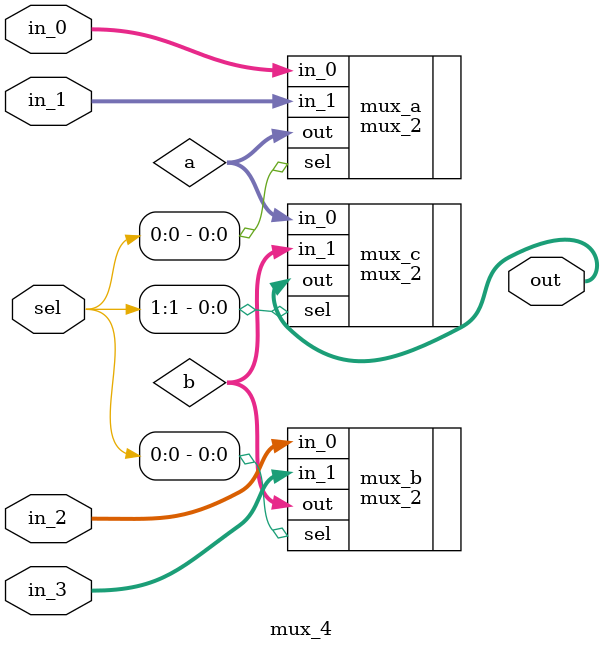
<source format=v>
module mux_4(out, in_0, in_1, in_2, in_3, sel);
	// Inputs
	input [1:0] sel;
	input [31:0] in_0, in_1, in_2, in_3;
	
	// Output
	output [31:0] out;
	
	// Wires
	wire [31:0] a, b;
	
	// Code
	mux_2 mux_a(.out(a), .in_0(in_0), .in_1(in_1), .sel(sel[0]));
	mux_2 mux_b(.out(b), .in_0(in_2), .in_1(in_3), .sel(sel[0]));
	mux_2 mux_c(.out(out), .in_0(a), .in_1(b), .sel(sel[1]));
endmodule

</source>
